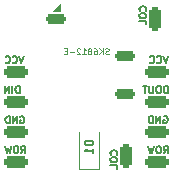
<source format=gbo>
%TF.GenerationSoftware,KiCad,Pcbnew,8.0.5*%
%TF.CreationDate,2024-09-21T17:11:46+02:00*%
%TF.ProjectId,keycap,6b657963-6170-42e6-9b69-6361645f7063,rev?*%
%TF.SameCoordinates,Original*%
%TF.FileFunction,Legend,Bot*%
%TF.FilePolarity,Positive*%
%FSLAX46Y46*%
G04 Gerber Fmt 4.6, Leading zero omitted, Abs format (unit mm)*
G04 Created by KiCad (PCBNEW 8.0.5) date 2024-09-21 17:11:46*
%MOMM*%
%LPD*%
G01*
G04 APERTURE LIST*
G04 Aperture macros list*
%AMRoundRect*
0 Rectangle with rounded corners*
0 $1 Rounding radius*
0 $2 $3 $4 $5 $6 $7 $8 $9 X,Y pos of 4 corners*
0 Add a 4 corners polygon primitive as box body*
4,1,4,$2,$3,$4,$5,$6,$7,$8,$9,$2,$3,0*
0 Add four circle primitives for the rounded corners*
1,1,$1+$1,$2,$3*
1,1,$1+$1,$4,$5*
1,1,$1+$1,$6,$7*
1,1,$1+$1,$8,$9*
0 Add four rect primitives between the rounded corners*
20,1,$1+$1,$2,$3,$4,$5,0*
20,1,$1+$1,$4,$5,$6,$7,0*
20,1,$1+$1,$6,$7,$8,$9,0*
20,1,$1+$1,$8,$9,$2,$3,0*%
G04 Aperture macros list end*
%ADD10C,0.150000*%
%ADD11C,0.125000*%
%ADD12C,0.120000*%
%ADD13C,0.100000*%
%ADD14RoundRect,0.205000X0.645000X0.205000X-0.645000X0.205000X-0.645000X-0.205000X0.645000X-0.205000X0*%
%ADD15RoundRect,0.250000X0.750000X-0.250000X0.750000X0.250000X-0.750000X0.250000X-0.750000X-0.250000X0*%
%ADD16RoundRect,0.250000X-0.750000X0.250000X-0.750000X-0.250000X0.750000X-0.250000X0.750000X0.250000X0*%
%ADD17RoundRect,0.250000X0.250000X0.750000X-0.250000X0.750000X-0.250000X-0.750000X0.250000X-0.750000X0*%
%ADD18R,1.000000X1.000000*%
%ADD19RoundRect,0.250000X-0.250000X-0.750000X0.250000X-0.750000X0.250000X0.750000X-0.250000X0.750000X0*%
%ADD20R,1.700000X0.820000*%
%ADD21C,4.000000*%
%ADD22C,2.200000*%
G04 APERTURE END LIST*
D10*
X115571427Y-118798471D02*
X115771427Y-118512757D01*
X115914284Y-118798471D02*
X115914284Y-118198471D01*
X115914284Y-118198471D02*
X115685713Y-118198471D01*
X115685713Y-118198471D02*
X115628570Y-118227042D01*
X115628570Y-118227042D02*
X115599999Y-118255614D01*
X115599999Y-118255614D02*
X115571427Y-118312757D01*
X115571427Y-118312757D02*
X115571427Y-118398471D01*
X115571427Y-118398471D02*
X115599999Y-118455614D01*
X115599999Y-118455614D02*
X115628570Y-118484185D01*
X115628570Y-118484185D02*
X115685713Y-118512757D01*
X115685713Y-118512757D02*
X115914284Y-118512757D01*
X115199999Y-118198471D02*
X115085713Y-118198471D01*
X115085713Y-118198471D02*
X115028570Y-118227042D01*
X115028570Y-118227042D02*
X114971427Y-118284185D01*
X114971427Y-118284185D02*
X114942856Y-118398471D01*
X114942856Y-118398471D02*
X114942856Y-118598471D01*
X114942856Y-118598471D02*
X114971427Y-118712757D01*
X114971427Y-118712757D02*
X115028570Y-118769900D01*
X115028570Y-118769900D02*
X115085713Y-118798471D01*
X115085713Y-118798471D02*
X115199999Y-118798471D01*
X115199999Y-118798471D02*
X115257142Y-118769900D01*
X115257142Y-118769900D02*
X115314284Y-118712757D01*
X115314284Y-118712757D02*
X115342856Y-118598471D01*
X115342856Y-118598471D02*
X115342856Y-118398471D01*
X115342856Y-118398471D02*
X115314284Y-118284185D01*
X115314284Y-118284185D02*
X115257142Y-118227042D01*
X115257142Y-118227042D02*
X115199999Y-118198471D01*
X114742856Y-118198471D02*
X114599999Y-118798471D01*
X114599999Y-118798471D02*
X114485713Y-118369900D01*
X114485713Y-118369900D02*
X114371428Y-118798471D01*
X114371428Y-118798471D02*
X114228571Y-118198471D01*
X127646027Y-118819771D02*
X127846027Y-118534057D01*
X127988884Y-118819771D02*
X127988884Y-118219771D01*
X127988884Y-118219771D02*
X127760313Y-118219771D01*
X127760313Y-118219771D02*
X127703170Y-118248342D01*
X127703170Y-118248342D02*
X127674599Y-118276914D01*
X127674599Y-118276914D02*
X127646027Y-118334057D01*
X127646027Y-118334057D02*
X127646027Y-118419771D01*
X127646027Y-118419771D02*
X127674599Y-118476914D01*
X127674599Y-118476914D02*
X127703170Y-118505485D01*
X127703170Y-118505485D02*
X127760313Y-118534057D01*
X127760313Y-118534057D02*
X127988884Y-118534057D01*
X127274599Y-118219771D02*
X127160313Y-118219771D01*
X127160313Y-118219771D02*
X127103170Y-118248342D01*
X127103170Y-118248342D02*
X127046027Y-118305485D01*
X127046027Y-118305485D02*
X127017456Y-118419771D01*
X127017456Y-118419771D02*
X127017456Y-118619771D01*
X127017456Y-118619771D02*
X127046027Y-118734057D01*
X127046027Y-118734057D02*
X127103170Y-118791200D01*
X127103170Y-118791200D02*
X127160313Y-118819771D01*
X127160313Y-118819771D02*
X127274599Y-118819771D01*
X127274599Y-118819771D02*
X127331742Y-118791200D01*
X127331742Y-118791200D02*
X127388884Y-118734057D01*
X127388884Y-118734057D02*
X127417456Y-118619771D01*
X127417456Y-118619771D02*
X127417456Y-118419771D01*
X127417456Y-118419771D02*
X127388884Y-118305485D01*
X127388884Y-118305485D02*
X127331742Y-118248342D01*
X127331742Y-118248342D02*
X127274599Y-118219771D01*
X126817456Y-118219771D02*
X126674599Y-118819771D01*
X126674599Y-118819771D02*
X126560313Y-118391200D01*
X126560313Y-118391200D02*
X126446028Y-118819771D01*
X126446028Y-118819771D02*
X126303171Y-118219771D01*
X127988884Y-113719771D02*
X127988884Y-113119771D01*
X127988884Y-113119771D02*
X127846027Y-113119771D01*
X127846027Y-113119771D02*
X127760313Y-113148342D01*
X127760313Y-113148342D02*
X127703170Y-113205485D01*
X127703170Y-113205485D02*
X127674599Y-113262628D01*
X127674599Y-113262628D02*
X127646027Y-113376914D01*
X127646027Y-113376914D02*
X127646027Y-113462628D01*
X127646027Y-113462628D02*
X127674599Y-113576914D01*
X127674599Y-113576914D02*
X127703170Y-113634057D01*
X127703170Y-113634057D02*
X127760313Y-113691200D01*
X127760313Y-113691200D02*
X127846027Y-113719771D01*
X127846027Y-113719771D02*
X127988884Y-113719771D01*
X127274599Y-113119771D02*
X127160313Y-113119771D01*
X127160313Y-113119771D02*
X127103170Y-113148342D01*
X127103170Y-113148342D02*
X127046027Y-113205485D01*
X127046027Y-113205485D02*
X127017456Y-113319771D01*
X127017456Y-113319771D02*
X127017456Y-113519771D01*
X127017456Y-113519771D02*
X127046027Y-113634057D01*
X127046027Y-113634057D02*
X127103170Y-113691200D01*
X127103170Y-113691200D02*
X127160313Y-113719771D01*
X127160313Y-113719771D02*
X127274599Y-113719771D01*
X127274599Y-113719771D02*
X127331742Y-113691200D01*
X127331742Y-113691200D02*
X127388884Y-113634057D01*
X127388884Y-113634057D02*
X127417456Y-113519771D01*
X127417456Y-113519771D02*
X127417456Y-113319771D01*
X127417456Y-113319771D02*
X127388884Y-113205485D01*
X127388884Y-113205485D02*
X127331742Y-113148342D01*
X127331742Y-113148342D02*
X127274599Y-113119771D01*
X126760313Y-113119771D02*
X126760313Y-113605485D01*
X126760313Y-113605485D02*
X126731742Y-113662628D01*
X126731742Y-113662628D02*
X126703171Y-113691200D01*
X126703171Y-113691200D02*
X126646028Y-113719771D01*
X126646028Y-113719771D02*
X126531742Y-113719771D01*
X126531742Y-113719771D02*
X126474599Y-113691200D01*
X126474599Y-113691200D02*
X126446028Y-113662628D01*
X126446028Y-113662628D02*
X126417456Y-113605485D01*
X126417456Y-113605485D02*
X126417456Y-113119771D01*
X126217457Y-113119771D02*
X125874600Y-113119771D01*
X126046028Y-113719771D02*
X126046028Y-113119771D01*
X123662628Y-118928572D02*
X123691200Y-118900000D01*
X123691200Y-118900000D02*
X123719771Y-118814286D01*
X123719771Y-118814286D02*
X123719771Y-118757143D01*
X123719771Y-118757143D02*
X123691200Y-118671429D01*
X123691200Y-118671429D02*
X123634057Y-118614286D01*
X123634057Y-118614286D02*
X123576914Y-118585715D01*
X123576914Y-118585715D02*
X123462628Y-118557143D01*
X123462628Y-118557143D02*
X123376914Y-118557143D01*
X123376914Y-118557143D02*
X123262628Y-118585715D01*
X123262628Y-118585715D02*
X123205485Y-118614286D01*
X123205485Y-118614286D02*
X123148342Y-118671429D01*
X123148342Y-118671429D02*
X123119771Y-118757143D01*
X123119771Y-118757143D02*
X123119771Y-118814286D01*
X123119771Y-118814286D02*
X123148342Y-118900000D01*
X123148342Y-118900000D02*
X123176914Y-118928572D01*
X123119771Y-119300000D02*
X123119771Y-119414286D01*
X123119771Y-119414286D02*
X123148342Y-119471429D01*
X123148342Y-119471429D02*
X123205485Y-119528572D01*
X123205485Y-119528572D02*
X123319771Y-119557143D01*
X123319771Y-119557143D02*
X123519771Y-119557143D01*
X123519771Y-119557143D02*
X123634057Y-119528572D01*
X123634057Y-119528572D02*
X123691200Y-119471429D01*
X123691200Y-119471429D02*
X123719771Y-119414286D01*
X123719771Y-119414286D02*
X123719771Y-119300000D01*
X123719771Y-119300000D02*
X123691200Y-119242858D01*
X123691200Y-119242858D02*
X123634057Y-119185715D01*
X123634057Y-119185715D02*
X123519771Y-119157143D01*
X123519771Y-119157143D02*
X123319771Y-119157143D01*
X123319771Y-119157143D02*
X123205485Y-119185715D01*
X123205485Y-119185715D02*
X123148342Y-119242858D01*
X123148342Y-119242858D02*
X123119771Y-119300000D01*
X123719771Y-120100000D02*
X123719771Y-119814286D01*
X123719771Y-119814286D02*
X123119771Y-119814286D01*
X121678733Y-117746033D02*
X120978733Y-117746033D01*
X120978733Y-117746033D02*
X120978733Y-117912700D01*
X120978733Y-117912700D02*
X121012066Y-118012700D01*
X121012066Y-118012700D02*
X121078733Y-118079367D01*
X121078733Y-118079367D02*
X121145400Y-118112700D01*
X121145400Y-118112700D02*
X121278733Y-118146033D01*
X121278733Y-118146033D02*
X121378733Y-118146033D01*
X121378733Y-118146033D02*
X121512066Y-118112700D01*
X121512066Y-118112700D02*
X121578733Y-118079367D01*
X121578733Y-118079367D02*
X121645400Y-118012700D01*
X121645400Y-118012700D02*
X121678733Y-117912700D01*
X121678733Y-117912700D02*
X121678733Y-117746033D01*
X121678733Y-118812700D02*
X121678733Y-118412700D01*
X121678733Y-118612700D02*
X120978733Y-118612700D01*
X120978733Y-118612700D02*
X121078733Y-118546033D01*
X121078733Y-118546033D02*
X121145400Y-118479367D01*
X121145400Y-118479367D02*
X121178733Y-118412700D01*
X127631742Y-115693242D02*
X127688885Y-115664671D01*
X127688885Y-115664671D02*
X127774599Y-115664671D01*
X127774599Y-115664671D02*
X127860313Y-115693242D01*
X127860313Y-115693242D02*
X127917456Y-115750385D01*
X127917456Y-115750385D02*
X127946027Y-115807528D01*
X127946027Y-115807528D02*
X127974599Y-115921814D01*
X127974599Y-115921814D02*
X127974599Y-116007528D01*
X127974599Y-116007528D02*
X127946027Y-116121814D01*
X127946027Y-116121814D02*
X127917456Y-116178957D01*
X127917456Y-116178957D02*
X127860313Y-116236100D01*
X127860313Y-116236100D02*
X127774599Y-116264671D01*
X127774599Y-116264671D02*
X127717456Y-116264671D01*
X127717456Y-116264671D02*
X127631742Y-116236100D01*
X127631742Y-116236100D02*
X127603170Y-116207528D01*
X127603170Y-116207528D02*
X127603170Y-116007528D01*
X127603170Y-116007528D02*
X127717456Y-116007528D01*
X127346027Y-116264671D02*
X127346027Y-115664671D01*
X127346027Y-115664671D02*
X127003170Y-116264671D01*
X127003170Y-116264671D02*
X127003170Y-115664671D01*
X126717456Y-116264671D02*
X126717456Y-115664671D01*
X126717456Y-115664671D02*
X126574599Y-115664671D01*
X126574599Y-115664671D02*
X126488885Y-115693242D01*
X126488885Y-115693242D02*
X126431742Y-115750385D01*
X126431742Y-115750385D02*
X126403171Y-115807528D01*
X126403171Y-115807528D02*
X126374599Y-115921814D01*
X126374599Y-115921814D02*
X126374599Y-116007528D01*
X126374599Y-116007528D02*
X126403171Y-116121814D01*
X126403171Y-116121814D02*
X126431742Y-116178957D01*
X126431742Y-116178957D02*
X126488885Y-116236100D01*
X126488885Y-116236100D02*
X126574599Y-116264671D01*
X126574599Y-116264671D02*
X126717456Y-116264671D01*
X115439724Y-113719771D02*
X115439724Y-113119771D01*
X115439724Y-113119771D02*
X115296867Y-113119771D01*
X115296867Y-113119771D02*
X115211153Y-113148342D01*
X115211153Y-113148342D02*
X115154010Y-113205485D01*
X115154010Y-113205485D02*
X115125439Y-113262628D01*
X115125439Y-113262628D02*
X115096867Y-113376914D01*
X115096867Y-113376914D02*
X115096867Y-113462628D01*
X115096867Y-113462628D02*
X115125439Y-113576914D01*
X115125439Y-113576914D02*
X115154010Y-113634057D01*
X115154010Y-113634057D02*
X115211153Y-113691200D01*
X115211153Y-113691200D02*
X115296867Y-113719771D01*
X115296867Y-113719771D02*
X115439724Y-113719771D01*
X114839724Y-113719771D02*
X114839724Y-113119771D01*
X114554010Y-113719771D02*
X114554010Y-113119771D01*
X114554010Y-113119771D02*
X114211153Y-113719771D01*
X114211153Y-113719771D02*
X114211153Y-113119771D01*
X115800000Y-110569771D02*
X115600000Y-111169771D01*
X115600000Y-111169771D02*
X115400000Y-110569771D01*
X114857142Y-111112628D02*
X114885714Y-111141200D01*
X114885714Y-111141200D02*
X114971428Y-111169771D01*
X114971428Y-111169771D02*
X115028571Y-111169771D01*
X115028571Y-111169771D02*
X115114285Y-111141200D01*
X115114285Y-111141200D02*
X115171428Y-111084057D01*
X115171428Y-111084057D02*
X115199999Y-111026914D01*
X115199999Y-111026914D02*
X115228571Y-110912628D01*
X115228571Y-110912628D02*
X115228571Y-110826914D01*
X115228571Y-110826914D02*
X115199999Y-110712628D01*
X115199999Y-110712628D02*
X115171428Y-110655485D01*
X115171428Y-110655485D02*
X115114285Y-110598342D01*
X115114285Y-110598342D02*
X115028571Y-110569771D01*
X115028571Y-110569771D02*
X114971428Y-110569771D01*
X114971428Y-110569771D02*
X114885714Y-110598342D01*
X114885714Y-110598342D02*
X114857142Y-110626914D01*
X114257142Y-111112628D02*
X114285714Y-111141200D01*
X114285714Y-111141200D02*
X114371428Y-111169771D01*
X114371428Y-111169771D02*
X114428571Y-111169771D01*
X114428571Y-111169771D02*
X114514285Y-111141200D01*
X114514285Y-111141200D02*
X114571428Y-111084057D01*
X114571428Y-111084057D02*
X114599999Y-111026914D01*
X114599999Y-111026914D02*
X114628571Y-110912628D01*
X114628571Y-110912628D02*
X114628571Y-110826914D01*
X114628571Y-110826914D02*
X114599999Y-110712628D01*
X114599999Y-110712628D02*
X114571428Y-110655485D01*
X114571428Y-110655485D02*
X114514285Y-110598342D01*
X114514285Y-110598342D02*
X114428571Y-110569771D01*
X114428571Y-110569771D02*
X114371428Y-110569771D01*
X114371428Y-110569771D02*
X114285714Y-110598342D01*
X114285714Y-110598342D02*
X114257142Y-110626914D01*
X128024600Y-110569771D02*
X127824600Y-111169771D01*
X127824600Y-111169771D02*
X127624600Y-110569771D01*
X127081742Y-111112628D02*
X127110314Y-111141200D01*
X127110314Y-111141200D02*
X127196028Y-111169771D01*
X127196028Y-111169771D02*
X127253171Y-111169771D01*
X127253171Y-111169771D02*
X127338885Y-111141200D01*
X127338885Y-111141200D02*
X127396028Y-111084057D01*
X127396028Y-111084057D02*
X127424599Y-111026914D01*
X127424599Y-111026914D02*
X127453171Y-110912628D01*
X127453171Y-110912628D02*
X127453171Y-110826914D01*
X127453171Y-110826914D02*
X127424599Y-110712628D01*
X127424599Y-110712628D02*
X127396028Y-110655485D01*
X127396028Y-110655485D02*
X127338885Y-110598342D01*
X127338885Y-110598342D02*
X127253171Y-110569771D01*
X127253171Y-110569771D02*
X127196028Y-110569771D01*
X127196028Y-110569771D02*
X127110314Y-110598342D01*
X127110314Y-110598342D02*
X127081742Y-110626914D01*
X126481742Y-111112628D02*
X126510314Y-111141200D01*
X126510314Y-111141200D02*
X126596028Y-111169771D01*
X126596028Y-111169771D02*
X126653171Y-111169771D01*
X126653171Y-111169771D02*
X126738885Y-111141200D01*
X126738885Y-111141200D02*
X126796028Y-111084057D01*
X126796028Y-111084057D02*
X126824599Y-111026914D01*
X126824599Y-111026914D02*
X126853171Y-110912628D01*
X126853171Y-110912628D02*
X126853171Y-110826914D01*
X126853171Y-110826914D02*
X126824599Y-110712628D01*
X126824599Y-110712628D02*
X126796028Y-110655485D01*
X126796028Y-110655485D02*
X126738885Y-110598342D01*
X126738885Y-110598342D02*
X126653171Y-110569771D01*
X126653171Y-110569771D02*
X126596028Y-110569771D01*
X126596028Y-110569771D02*
X126510314Y-110598342D01*
X126510314Y-110598342D02*
X126481742Y-110626914D01*
X126112628Y-106728572D02*
X126141200Y-106700000D01*
X126141200Y-106700000D02*
X126169771Y-106614286D01*
X126169771Y-106614286D02*
X126169771Y-106557143D01*
X126169771Y-106557143D02*
X126141200Y-106471429D01*
X126141200Y-106471429D02*
X126084057Y-106414286D01*
X126084057Y-106414286D02*
X126026914Y-106385715D01*
X126026914Y-106385715D02*
X125912628Y-106357143D01*
X125912628Y-106357143D02*
X125826914Y-106357143D01*
X125826914Y-106357143D02*
X125712628Y-106385715D01*
X125712628Y-106385715D02*
X125655485Y-106414286D01*
X125655485Y-106414286D02*
X125598342Y-106471429D01*
X125598342Y-106471429D02*
X125569771Y-106557143D01*
X125569771Y-106557143D02*
X125569771Y-106614286D01*
X125569771Y-106614286D02*
X125598342Y-106700000D01*
X125598342Y-106700000D02*
X125626914Y-106728572D01*
X125569771Y-107100000D02*
X125569771Y-107214286D01*
X125569771Y-107214286D02*
X125598342Y-107271429D01*
X125598342Y-107271429D02*
X125655485Y-107328572D01*
X125655485Y-107328572D02*
X125769771Y-107357143D01*
X125769771Y-107357143D02*
X125969771Y-107357143D01*
X125969771Y-107357143D02*
X126084057Y-107328572D01*
X126084057Y-107328572D02*
X126141200Y-107271429D01*
X126141200Y-107271429D02*
X126169771Y-107214286D01*
X126169771Y-107214286D02*
X126169771Y-107100000D01*
X126169771Y-107100000D02*
X126141200Y-107042858D01*
X126141200Y-107042858D02*
X126084057Y-106985715D01*
X126084057Y-106985715D02*
X125969771Y-106957143D01*
X125969771Y-106957143D02*
X125769771Y-106957143D01*
X125769771Y-106957143D02*
X125655485Y-106985715D01*
X125655485Y-106985715D02*
X125598342Y-107042858D01*
X125598342Y-107042858D02*
X125569771Y-107100000D01*
X126169771Y-107900000D02*
X126169771Y-107614286D01*
X126169771Y-107614286D02*
X125569771Y-107614286D01*
X115507142Y-115698342D02*
X115564285Y-115669771D01*
X115564285Y-115669771D02*
X115649999Y-115669771D01*
X115649999Y-115669771D02*
X115735713Y-115698342D01*
X115735713Y-115698342D02*
X115792856Y-115755485D01*
X115792856Y-115755485D02*
X115821427Y-115812628D01*
X115821427Y-115812628D02*
X115849999Y-115926914D01*
X115849999Y-115926914D02*
X115849999Y-116012628D01*
X115849999Y-116012628D02*
X115821427Y-116126914D01*
X115821427Y-116126914D02*
X115792856Y-116184057D01*
X115792856Y-116184057D02*
X115735713Y-116241200D01*
X115735713Y-116241200D02*
X115649999Y-116269771D01*
X115649999Y-116269771D02*
X115592856Y-116269771D01*
X115592856Y-116269771D02*
X115507142Y-116241200D01*
X115507142Y-116241200D02*
X115478570Y-116212628D01*
X115478570Y-116212628D02*
X115478570Y-116012628D01*
X115478570Y-116012628D02*
X115592856Y-116012628D01*
X115221427Y-116269771D02*
X115221427Y-115669771D01*
X115221427Y-115669771D02*
X114878570Y-116269771D01*
X114878570Y-116269771D02*
X114878570Y-115669771D01*
X114592856Y-116269771D02*
X114592856Y-115669771D01*
X114592856Y-115669771D02*
X114449999Y-115669771D01*
X114449999Y-115669771D02*
X114364285Y-115698342D01*
X114364285Y-115698342D02*
X114307142Y-115755485D01*
X114307142Y-115755485D02*
X114278571Y-115812628D01*
X114278571Y-115812628D02*
X114249999Y-115926914D01*
X114249999Y-115926914D02*
X114249999Y-116012628D01*
X114249999Y-116012628D02*
X114278571Y-116126914D01*
X114278571Y-116126914D02*
X114307142Y-116184057D01*
X114307142Y-116184057D02*
X114364285Y-116241200D01*
X114364285Y-116241200D02*
X114449999Y-116269771D01*
X114449999Y-116269771D02*
X114592856Y-116269771D01*
D11*
X122980950Y-110401000D02*
X122909522Y-110424809D01*
X122909522Y-110424809D02*
X122790474Y-110424809D01*
X122790474Y-110424809D02*
X122742855Y-110401000D01*
X122742855Y-110401000D02*
X122719046Y-110377190D01*
X122719046Y-110377190D02*
X122695236Y-110329571D01*
X122695236Y-110329571D02*
X122695236Y-110281952D01*
X122695236Y-110281952D02*
X122719046Y-110234333D01*
X122719046Y-110234333D02*
X122742855Y-110210523D01*
X122742855Y-110210523D02*
X122790474Y-110186714D01*
X122790474Y-110186714D02*
X122885712Y-110162904D01*
X122885712Y-110162904D02*
X122933331Y-110139095D01*
X122933331Y-110139095D02*
X122957141Y-110115285D01*
X122957141Y-110115285D02*
X122980950Y-110067666D01*
X122980950Y-110067666D02*
X122980950Y-110020047D01*
X122980950Y-110020047D02*
X122957141Y-109972428D01*
X122957141Y-109972428D02*
X122933331Y-109948619D01*
X122933331Y-109948619D02*
X122885712Y-109924809D01*
X122885712Y-109924809D02*
X122766665Y-109924809D01*
X122766665Y-109924809D02*
X122695236Y-109948619D01*
X122480951Y-110424809D02*
X122480951Y-109924809D01*
X122195237Y-110424809D02*
X122409522Y-110139095D01*
X122195237Y-109924809D02*
X122480951Y-110210523D01*
X121766665Y-109924809D02*
X121861903Y-109924809D01*
X121861903Y-109924809D02*
X121909522Y-109948619D01*
X121909522Y-109948619D02*
X121933332Y-109972428D01*
X121933332Y-109972428D02*
X121980951Y-110043857D01*
X121980951Y-110043857D02*
X122004760Y-110139095D01*
X122004760Y-110139095D02*
X122004760Y-110329571D01*
X122004760Y-110329571D02*
X121980951Y-110377190D01*
X121980951Y-110377190D02*
X121957141Y-110401000D01*
X121957141Y-110401000D02*
X121909522Y-110424809D01*
X121909522Y-110424809D02*
X121814284Y-110424809D01*
X121814284Y-110424809D02*
X121766665Y-110401000D01*
X121766665Y-110401000D02*
X121742856Y-110377190D01*
X121742856Y-110377190D02*
X121719046Y-110329571D01*
X121719046Y-110329571D02*
X121719046Y-110210523D01*
X121719046Y-110210523D02*
X121742856Y-110162904D01*
X121742856Y-110162904D02*
X121766665Y-110139095D01*
X121766665Y-110139095D02*
X121814284Y-110115285D01*
X121814284Y-110115285D02*
X121909522Y-110115285D01*
X121909522Y-110115285D02*
X121957141Y-110139095D01*
X121957141Y-110139095D02*
X121980951Y-110162904D01*
X121980951Y-110162904D02*
X122004760Y-110210523D01*
X121433332Y-110139095D02*
X121480951Y-110115285D01*
X121480951Y-110115285D02*
X121504761Y-110091476D01*
X121504761Y-110091476D02*
X121528570Y-110043857D01*
X121528570Y-110043857D02*
X121528570Y-110020047D01*
X121528570Y-110020047D02*
X121504761Y-109972428D01*
X121504761Y-109972428D02*
X121480951Y-109948619D01*
X121480951Y-109948619D02*
X121433332Y-109924809D01*
X121433332Y-109924809D02*
X121338094Y-109924809D01*
X121338094Y-109924809D02*
X121290475Y-109948619D01*
X121290475Y-109948619D02*
X121266666Y-109972428D01*
X121266666Y-109972428D02*
X121242856Y-110020047D01*
X121242856Y-110020047D02*
X121242856Y-110043857D01*
X121242856Y-110043857D02*
X121266666Y-110091476D01*
X121266666Y-110091476D02*
X121290475Y-110115285D01*
X121290475Y-110115285D02*
X121338094Y-110139095D01*
X121338094Y-110139095D02*
X121433332Y-110139095D01*
X121433332Y-110139095D02*
X121480951Y-110162904D01*
X121480951Y-110162904D02*
X121504761Y-110186714D01*
X121504761Y-110186714D02*
X121528570Y-110234333D01*
X121528570Y-110234333D02*
X121528570Y-110329571D01*
X121528570Y-110329571D02*
X121504761Y-110377190D01*
X121504761Y-110377190D02*
X121480951Y-110401000D01*
X121480951Y-110401000D02*
X121433332Y-110424809D01*
X121433332Y-110424809D02*
X121338094Y-110424809D01*
X121338094Y-110424809D02*
X121290475Y-110401000D01*
X121290475Y-110401000D02*
X121266666Y-110377190D01*
X121266666Y-110377190D02*
X121242856Y-110329571D01*
X121242856Y-110329571D02*
X121242856Y-110234333D01*
X121242856Y-110234333D02*
X121266666Y-110186714D01*
X121266666Y-110186714D02*
X121290475Y-110162904D01*
X121290475Y-110162904D02*
X121338094Y-110139095D01*
X120766666Y-110424809D02*
X121052380Y-110424809D01*
X120909523Y-110424809D02*
X120909523Y-109924809D01*
X120909523Y-109924809D02*
X120957142Y-109996238D01*
X120957142Y-109996238D02*
X121004761Y-110043857D01*
X121004761Y-110043857D02*
X121052380Y-110067666D01*
X120576190Y-109972428D02*
X120552381Y-109948619D01*
X120552381Y-109948619D02*
X120504762Y-109924809D01*
X120504762Y-109924809D02*
X120385714Y-109924809D01*
X120385714Y-109924809D02*
X120338095Y-109948619D01*
X120338095Y-109948619D02*
X120314286Y-109972428D01*
X120314286Y-109972428D02*
X120290476Y-110020047D01*
X120290476Y-110020047D02*
X120290476Y-110067666D01*
X120290476Y-110067666D02*
X120314286Y-110139095D01*
X120314286Y-110139095D02*
X120600000Y-110424809D01*
X120600000Y-110424809D02*
X120290476Y-110424809D01*
X120076191Y-110234333D02*
X119695239Y-110234333D01*
X119457143Y-110162904D02*
X119290476Y-110162904D01*
X119219048Y-110424809D02*
X119457143Y-110424809D01*
X119457143Y-110424809D02*
X119457143Y-109924809D01*
X119457143Y-109924809D02*
X119219048Y-109924809D01*
D12*
X120500000Y-120150000D02*
X120500000Y-117000000D01*
X122200000Y-120150000D02*
X120500000Y-120150000D01*
X122200000Y-120150000D02*
X122200000Y-117000000D01*
D13*
X118900000Y-106800000D02*
X118300000Y-106800000D01*
X118900000Y-106200000D01*
X118900000Y-106800000D01*
G36*
X118900000Y-106800000D02*
G01*
X118300000Y-106800000D01*
X118900000Y-106200000D01*
X118900000Y-106800000D01*
G37*
%LPC*%
D14*
X124400000Y-110600000D03*
X124400000Y-113800000D03*
D15*
X115100000Y-119550000D03*
D16*
X127050000Y-119545100D03*
X127050000Y-114465100D03*
D17*
X124460000Y-119054880D03*
D18*
X121350000Y-119500000D03*
X121350000Y-117000000D03*
D16*
X127050000Y-117000000D03*
X115150000Y-114449860D03*
D15*
X115163600Y-111925100D03*
D16*
X127050000Y-111925100D03*
D19*
X126900000Y-107452160D03*
D16*
X115117880Y-117005100D03*
D20*
X123650000Y-108950000D03*
X123650000Y-107450000D03*
D14*
X118550000Y-107450000D03*
D20*
X118550000Y-108950000D03*
D21*
X121119900Y-113258600D03*
D22*
X118579900Y-118338600D03*
X124929900Y-115798600D03*
%LPD*%
M02*

</source>
